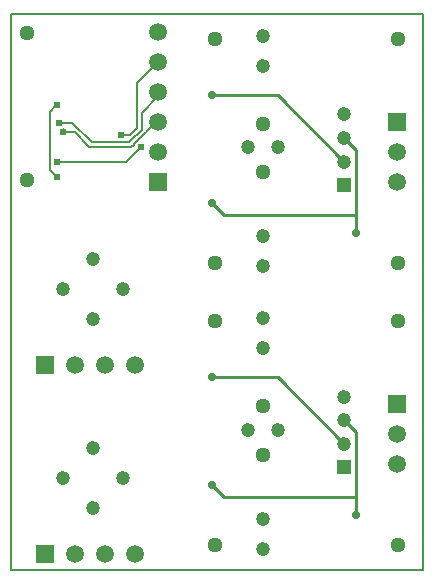
<source format=gbl>
%FSLAX23Y23*%
%MOIN*%
G70*
G01*
G75*
G04 Layer_Physical_Order=2*
G04 Layer_Color=8388608*
%ADD10C,0.005*%
%ADD11R,0.067X0.043*%
%ADD12C,0.010*%
%ADD13R,0.037X0.035*%
%ADD14R,0.037X0.035*%
%ADD15R,0.045X0.069*%
%ADD16R,0.069X0.045*%
%ADD17C,0.012*%
%ADD18R,0.043X0.055*%
%ADD19O,0.010X0.022*%
%ADD20O,0.022X0.010*%
%ADD21C,0.008*%
%ADD22C,0.047*%
%ADD23C,0.059*%
%ADD24R,0.059X0.059*%
%ADD25R,0.059X0.059*%
%ADD26R,0.047X0.047*%
%ADD27C,0.051*%
%ADD28C,0.028*%
%ADD29C,0.024*%
D10*
X0Y0D02*
X1374D01*
Y1853D01*
X0D02*
X1374D01*
X0Y0D02*
Y1853D01*
D12*
X1111Y421D02*
X890Y643D01*
X671D01*
X1151Y460D02*
X1111Y500D01*
X711Y243D02*
X671Y283D01*
X1151Y243D02*
X711D01*
X1151Y183D02*
Y243D01*
Y460D01*
X1111Y1362D02*
X890Y1584D01*
X671D01*
X1151Y1401D02*
X1111Y1441D01*
X711Y1184D02*
X671Y1224D01*
X1151Y1184D02*
X711D01*
X1151Y1124D02*
Y1184D01*
Y1401D01*
D21*
X203Y1491D02*
X160D01*
X184Y1460D02*
X174Y1470D01*
Y1460D02*
Y1470D01*
X212Y1460D02*
X184D01*
X268Y1427D02*
X203Y1491D01*
X261Y1411D02*
X212Y1460D01*
X384Y1360D02*
X434Y1410D01*
X384Y1360D02*
X154D01*
X489Y1495D02*
X485D01*
X394Y1427D02*
X268D01*
X489Y1580D02*
Y1595D01*
X401Y1411D02*
X261D01*
X401D02*
X410Y1419D01*
X435Y1467D02*
Y1526D01*
X489Y1580D01*
X451Y1461D02*
Y1461D01*
X485Y1495D01*
X410Y1420D02*
X424Y1434D01*
X424D02*
X424D01*
X424D02*
X451Y1461D01*
X418Y1450D02*
X417D01*
X418D02*
X435Y1467D01*
X395Y1451D02*
X367D01*
X395D02*
X411Y1466D01*
X411D02*
X411D01*
X411D02*
X419Y1474D01*
X410Y1419D02*
Y1420D01*
X394Y1427D02*
X417Y1450D01*
X419Y1474D02*
Y1624D01*
X489Y1694D01*
Y1695D01*
X154Y1310D02*
X130Y1334D01*
Y1529D01*
X151Y1550D01*
X154D02*
X151D01*
D22*
X374Y309D02*
D03*
X274Y209D02*
D03*
X174Y309D02*
D03*
X274Y409D02*
D03*
X374Y939D02*
D03*
X274Y839D02*
D03*
X174Y939D02*
D03*
X274Y1039D02*
D03*
X838Y172D02*
D03*
Y72D02*
D03*
Y741D02*
D03*
Y841D02*
D03*
X888Y469D02*
D03*
X788D02*
D03*
X1111Y579D02*
D03*
Y500D02*
D03*
Y421D02*
D03*
X838Y1113D02*
D03*
Y1013D02*
D03*
Y1682D02*
D03*
Y1782D02*
D03*
X888Y1410D02*
D03*
X788D02*
D03*
X1111Y1520D02*
D03*
Y1441D02*
D03*
Y1362D02*
D03*
D23*
X412Y54D02*
D03*
X312D02*
D03*
X212D02*
D03*
X412Y684D02*
D03*
X312D02*
D03*
X212D02*
D03*
X1286Y355D02*
D03*
Y455D02*
D03*
Y1296D02*
D03*
Y1396D02*
D03*
X489Y1795D02*
D03*
Y1695D02*
D03*
Y1595D02*
D03*
Y1495D02*
D03*
Y1395D02*
D03*
D24*
X112Y54D02*
D03*
Y684D02*
D03*
D25*
X1286Y555D02*
D03*
Y1496D02*
D03*
X489Y1295D02*
D03*
D26*
X1111Y343D02*
D03*
Y1284D02*
D03*
D27*
X1291Y83D02*
D03*
Y831D02*
D03*
X681Y83D02*
D03*
Y831D02*
D03*
X838Y547D02*
D03*
Y386D02*
D03*
X1291Y1024D02*
D03*
Y1772D02*
D03*
X681Y1024D02*
D03*
Y1772D02*
D03*
X838Y1488D02*
D03*
Y1327D02*
D03*
X54Y1790D02*
D03*
Y1300D02*
D03*
D28*
X671Y643D02*
D03*
X1151Y183D02*
D03*
X671Y283D02*
D03*
Y1584D02*
D03*
X1151Y1124D02*
D03*
X671Y1224D02*
D03*
D29*
X174Y1460D02*
D03*
X367Y1451D02*
D03*
X434Y1410D02*
D03*
X154Y1360D02*
D03*
Y1550D02*
D03*
X160Y1491D02*
D03*
X154Y1310D02*
D03*
M02*

</source>
